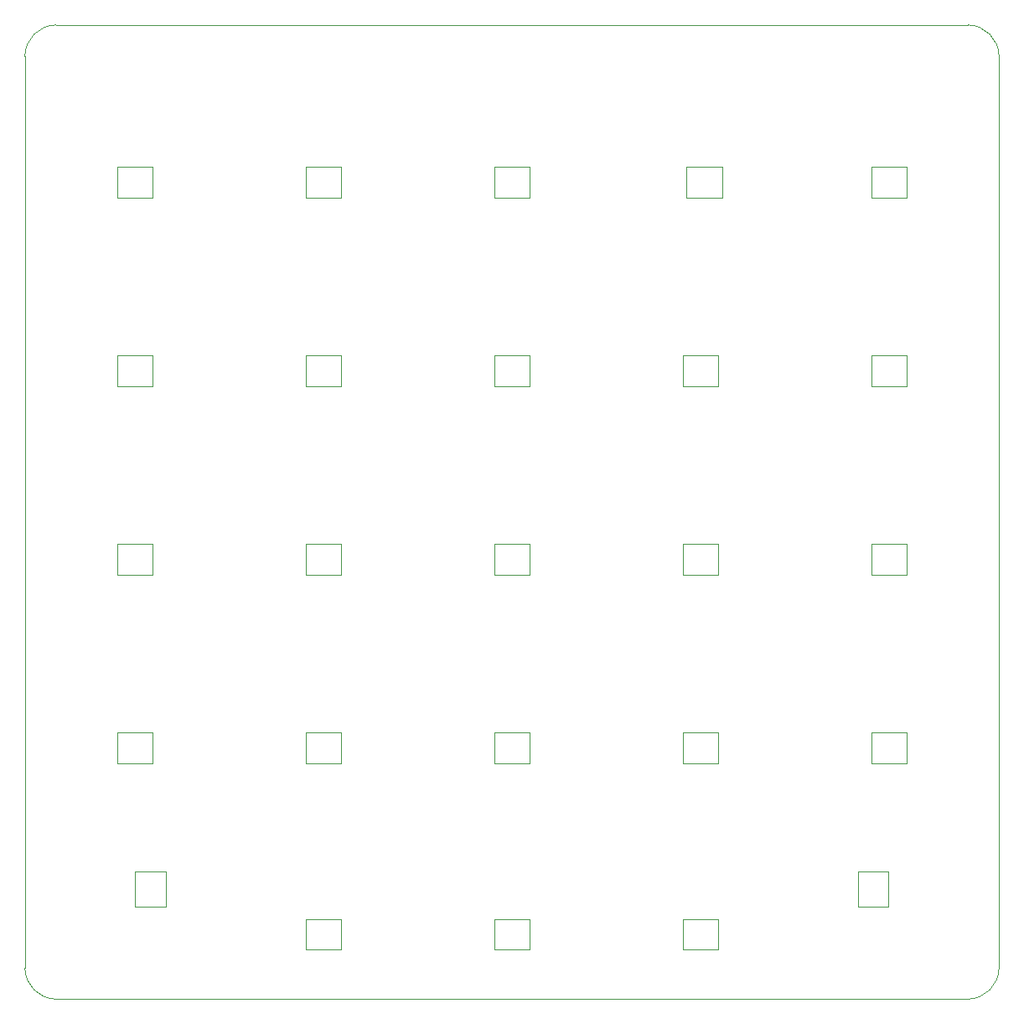
<source format=gm1>
G04 #@! TF.GenerationSoftware,KiCad,Pcbnew,(6.0.7)*
G04 #@! TF.CreationDate,2022-09-23T02:39:01+09:00*
G04 #@! TF.ProjectId,xipher_kbd_nohot,78697068-6572-45f6-9b62-645f6e6f686f,rev?*
G04 #@! TF.SameCoordinates,Original*
G04 #@! TF.FileFunction,Profile,NP*
%FSLAX46Y46*%
G04 Gerber Fmt 4.6, Leading zero omitted, Abs format (unit mm)*
G04 Created by KiCad (PCBNEW (6.0.7)) date 2022-09-23 02:39:01*
%MOMM*%
%LPD*%
G01*
G04 APERTURE LIST*
G04 #@! TA.AperFunction,Profile*
%ADD10C,0.100000*%
G04 #@! TD*
G04 #@! TA.AperFunction,Profile*
%ADD11C,0.120000*%
G04 #@! TD*
G04 APERTURE END LIST*
D10*
X130175000Y-34925000D02*
X130175000Y-127000000D01*
X31750000Y-34925000D02*
X31750000Y-127000000D01*
X34925000Y-130175000D02*
X127000000Y-130175000D01*
X130175000Y-34925000D02*
G75*
G03*
X127000000Y-31750000I-3175000J0D01*
G01*
X31750000Y-127000000D02*
G75*
G03*
X34925000Y-130175000I3175000J0D01*
G01*
X34925000Y-31750000D02*
G75*
G03*
X31750000Y-34925000I0J-3175000D01*
G01*
X127000000Y-130175000D02*
G75*
G03*
X130175000Y-127000000I0J3175000D01*
G01*
X127000000Y-31750000D02*
X34925000Y-31750000D01*
D11*
X44662500Y-49175000D02*
X41062500Y-49175000D01*
X41062500Y-49175000D02*
X41062500Y-46075000D01*
X44662500Y-46075000D02*
X44662500Y-49175000D01*
X41062500Y-46075000D02*
X44662500Y-46075000D01*
X79162500Y-122075000D02*
X82762500Y-122075000D01*
X79162500Y-125175000D02*
X79162500Y-122075000D01*
X82762500Y-125175000D02*
X79162500Y-125175000D01*
X82762500Y-122075000D02*
X82762500Y-125175000D01*
X82762500Y-46075000D02*
X82762500Y-49175000D01*
X79162500Y-49175000D02*
X79162500Y-46075000D01*
X82762500Y-49175000D02*
X79162500Y-49175000D01*
X79162500Y-46075000D02*
X82762500Y-46075000D01*
X60112500Y-87275000D02*
X60112500Y-84175000D01*
X60112500Y-84175000D02*
X63712500Y-84175000D01*
X63712500Y-87275000D02*
X60112500Y-87275000D01*
X63712500Y-84175000D02*
X63712500Y-87275000D01*
X41062500Y-87275000D02*
X41062500Y-84175000D01*
X44662500Y-87275000D02*
X41062500Y-87275000D01*
X44662500Y-84175000D02*
X44662500Y-87275000D01*
X41062500Y-84175000D02*
X44662500Y-84175000D01*
X63712500Y-106325000D02*
X60112500Y-106325000D01*
X63712500Y-103225000D02*
X63712500Y-106325000D01*
X60112500Y-106325000D02*
X60112500Y-103225000D01*
X60112500Y-103225000D02*
X63712500Y-103225000D01*
X60112500Y-125175000D02*
X60112500Y-122075000D01*
X63712500Y-122075000D02*
X63712500Y-125175000D01*
X63712500Y-125175000D02*
X60112500Y-125175000D01*
X60112500Y-122075000D02*
X63712500Y-122075000D01*
X79162500Y-65125000D02*
X82762500Y-65125000D01*
X82762500Y-68225000D02*
X79162500Y-68225000D01*
X79162500Y-68225000D02*
X79162500Y-65125000D01*
X82762500Y-65125000D02*
X82762500Y-68225000D01*
X98212500Y-87275000D02*
X98212500Y-84175000D01*
X98212500Y-84175000D02*
X101812500Y-84175000D01*
X101812500Y-84175000D02*
X101812500Y-87275000D01*
X101812500Y-87275000D02*
X98212500Y-87275000D01*
X120862500Y-87275000D02*
X117262500Y-87275000D01*
X117262500Y-84175000D02*
X120862500Y-84175000D01*
X117262500Y-87275000D02*
X117262500Y-84175000D01*
X120862500Y-84175000D02*
X120862500Y-87275000D01*
X44662500Y-106325000D02*
X41062500Y-106325000D01*
X41062500Y-103225000D02*
X44662500Y-103225000D01*
X41062500Y-106325000D02*
X41062500Y-103225000D01*
X44662500Y-103225000D02*
X44662500Y-106325000D01*
X119000000Y-117262500D02*
X119000000Y-120862500D01*
X119000000Y-120862500D02*
X115900000Y-120862500D01*
X115900000Y-120862500D02*
X115900000Y-117262500D01*
X115900000Y-117262500D02*
X119000000Y-117262500D01*
X98212500Y-103225000D02*
X101812500Y-103225000D01*
X101812500Y-103225000D02*
X101812500Y-106325000D01*
X98212500Y-106325000D02*
X98212500Y-103225000D01*
X101812500Y-106325000D02*
X98212500Y-106325000D01*
X120862500Y-46075000D02*
X120862500Y-49175000D01*
X120862500Y-49175000D02*
X117262500Y-49175000D01*
X117262500Y-46075000D02*
X120862500Y-46075000D01*
X117262500Y-49175000D02*
X117262500Y-46075000D01*
X102181300Y-46075000D02*
X102181300Y-49175000D01*
X98581300Y-49175000D02*
X98581300Y-46075000D01*
X102181300Y-49175000D02*
X98581300Y-49175000D01*
X98581300Y-46075000D02*
X102181300Y-46075000D01*
X60112500Y-46075000D02*
X63712500Y-46075000D01*
X63712500Y-46075000D02*
X63712500Y-49175000D01*
X60112500Y-49175000D02*
X60112500Y-46075000D01*
X63712500Y-49175000D02*
X60112500Y-49175000D01*
X60112500Y-68225000D02*
X60112500Y-65125000D01*
X63712500Y-65125000D02*
X63712500Y-68225000D01*
X60112500Y-65125000D02*
X63712500Y-65125000D01*
X63712500Y-68225000D02*
X60112500Y-68225000D01*
X117262500Y-106325000D02*
X117262500Y-103225000D01*
X120862500Y-106325000D02*
X117262500Y-106325000D01*
X120862500Y-103225000D02*
X120862500Y-106325000D01*
X117262500Y-103225000D02*
X120862500Y-103225000D01*
X117262500Y-65125000D02*
X120862500Y-65125000D01*
X117262500Y-68225000D02*
X117262500Y-65125000D01*
X120862500Y-68225000D02*
X117262500Y-68225000D01*
X120862500Y-65125000D02*
X120862500Y-68225000D01*
X41062500Y-65125000D02*
X44662500Y-65125000D01*
X41062500Y-68225000D02*
X41062500Y-65125000D01*
X44662500Y-65125000D02*
X44662500Y-68225000D01*
X44662500Y-68225000D02*
X41062500Y-68225000D01*
X46000000Y-120862500D02*
X42900000Y-120862500D01*
X42900000Y-120862500D02*
X42900000Y-117262500D01*
X46000000Y-117262500D02*
X46000000Y-120862500D01*
X42900000Y-117262500D02*
X46000000Y-117262500D01*
X79162500Y-87275000D02*
X79162500Y-84175000D01*
X82762500Y-84175000D02*
X82762500Y-87275000D01*
X82762500Y-87275000D02*
X79162500Y-87275000D01*
X79162500Y-84175000D02*
X82762500Y-84175000D01*
X101812500Y-68225000D02*
X98212500Y-68225000D01*
X98212500Y-65125000D02*
X101812500Y-65125000D01*
X98212500Y-68225000D02*
X98212500Y-65125000D01*
X101812500Y-65125000D02*
X101812500Y-68225000D01*
X82762500Y-103225000D02*
X82762500Y-106325000D01*
X79162500Y-103225000D02*
X82762500Y-103225000D01*
X79162500Y-106325000D02*
X79162500Y-103225000D01*
X82762500Y-106325000D02*
X79162500Y-106325000D01*
X101812500Y-122075000D02*
X101812500Y-125175000D01*
X98212500Y-122075000D02*
X101812500Y-122075000D01*
X98212500Y-125175000D02*
X98212500Y-122075000D01*
X101812500Y-125175000D02*
X98212500Y-125175000D01*
M02*

</source>
